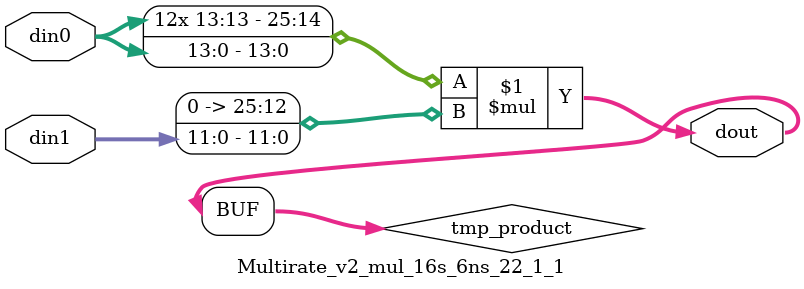
<source format=v>

`timescale 1 ns / 1 ps

 module Multirate_v2_mul_16s_6ns_22_1_1(din0, din1, dout);
parameter ID = 1;
parameter NUM_STAGE = 0;
parameter din0_WIDTH = 14;
parameter din1_WIDTH = 12;
parameter dout_WIDTH = 26;

input [din0_WIDTH - 1 : 0] din0; 
input [din1_WIDTH - 1 : 0] din1; 
output [dout_WIDTH - 1 : 0] dout;

wire signed [dout_WIDTH - 1 : 0] tmp_product;


























assign tmp_product = $signed(din0) * $signed({1'b0, din1});









assign dout = tmp_product;





















endmodule

</source>
